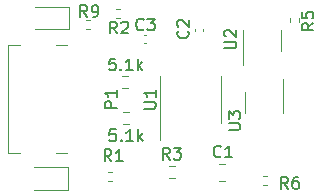
<source format=gbr>
%TF.GenerationSoftware,KiCad,Pcbnew,6.0.10+dfsg-1~bpo11+1*%
%TF.CreationDate,2023-01-21T14:50:41+00:00*%
%TF.ProjectId,tp4056,74703430-3536-42e6-9b69-6361645f7063,rev?*%
%TF.SameCoordinates,Original*%
%TF.FileFunction,Legend,Top*%
%TF.FilePolarity,Positive*%
%FSLAX46Y46*%
G04 Gerber Fmt 4.6, Leading zero omitted, Abs format (unit mm)*
G04 Created by KiCad (PCBNEW 6.0.10+dfsg-1~bpo11+1) date 2023-01-21 14:50:41*
%MOMM*%
%LPD*%
G01*
G04 APERTURE LIST*
%ADD10C,0.150000*%
%ADD11C,0.120000*%
G04 APERTURE END LIST*
D10*
%TO.C,R9*%
X134343333Y-87532380D02*
X134010000Y-87056190D01*
X133771904Y-87532380D02*
X133771904Y-86532380D01*
X134152857Y-86532380D01*
X134248095Y-86580000D01*
X134295714Y-86627619D01*
X134343333Y-86722857D01*
X134343333Y-86865714D01*
X134295714Y-86960952D01*
X134248095Y-87008571D01*
X134152857Y-87056190D01*
X133771904Y-87056190D01*
X134819523Y-87532380D02*
X135010000Y-87532380D01*
X135105238Y-87484761D01*
X135152857Y-87437142D01*
X135248095Y-87294285D01*
X135295714Y-87103809D01*
X135295714Y-86722857D01*
X135248095Y-86627619D01*
X135200476Y-86580000D01*
X135105238Y-86532380D01*
X134914761Y-86532380D01*
X134819523Y-86580000D01*
X134771904Y-86627619D01*
X134724285Y-86722857D01*
X134724285Y-86960952D01*
X134771904Y-87056190D01*
X134819523Y-87103809D01*
X134914761Y-87151428D01*
X135105238Y-87151428D01*
X135200476Y-87103809D01*
X135248095Y-87056190D01*
X135295714Y-86960952D01*
%TO.C,P1*%
X136842380Y-95218095D02*
X135842380Y-95218095D01*
X135842380Y-94837142D01*
X135890000Y-94741904D01*
X135937619Y-94694285D01*
X136032857Y-94646666D01*
X136175714Y-94646666D01*
X136270952Y-94694285D01*
X136318571Y-94741904D01*
X136366190Y-94837142D01*
X136366190Y-95218095D01*
X136842380Y-93694285D02*
X136842380Y-94265714D01*
X136842380Y-93980000D02*
X135842380Y-93980000D01*
X135985238Y-94075238D01*
X136080476Y-94170476D01*
X136128095Y-94265714D01*
%TO.C,R5*%
X153512380Y-88036666D02*
X153036190Y-88370000D01*
X153512380Y-88608095D02*
X152512380Y-88608095D01*
X152512380Y-88227142D01*
X152560000Y-88131904D01*
X152607619Y-88084285D01*
X152702857Y-88036666D01*
X152845714Y-88036666D01*
X152940952Y-88084285D01*
X152988571Y-88131904D01*
X153036190Y-88227142D01*
X153036190Y-88608095D01*
X152512380Y-87131904D02*
X152512380Y-87608095D01*
X152988571Y-87655714D01*
X152940952Y-87608095D01*
X152893333Y-87512857D01*
X152893333Y-87274761D01*
X152940952Y-87179523D01*
X152988571Y-87131904D01*
X153083809Y-87084285D01*
X153321904Y-87084285D01*
X153417142Y-87131904D01*
X153464761Y-87179523D01*
X153512380Y-87274761D01*
X153512380Y-87512857D01*
X153464761Y-87608095D01*
X153417142Y-87655714D01*
%TO.C,U1*%
X139162380Y-95281904D02*
X139971904Y-95281904D01*
X140067142Y-95234285D01*
X140114761Y-95186666D01*
X140162380Y-95091428D01*
X140162380Y-94900952D01*
X140114761Y-94805714D01*
X140067142Y-94758095D01*
X139971904Y-94710476D01*
X139162380Y-94710476D01*
X140162380Y-93710476D02*
X140162380Y-94281904D01*
X140162380Y-93996190D02*
X139162380Y-93996190D01*
X139305238Y-94091428D01*
X139400476Y-94186666D01*
X139448095Y-94281904D01*
%TO.C,R2*%
X136873333Y-88922380D02*
X136540000Y-88446190D01*
X136301904Y-88922380D02*
X136301904Y-87922380D01*
X136682857Y-87922380D01*
X136778095Y-87970000D01*
X136825714Y-88017619D01*
X136873333Y-88112857D01*
X136873333Y-88255714D01*
X136825714Y-88350952D01*
X136778095Y-88398571D01*
X136682857Y-88446190D01*
X136301904Y-88446190D01*
X137254285Y-88017619D02*
X137301904Y-87970000D01*
X137397142Y-87922380D01*
X137635238Y-87922380D01*
X137730476Y-87970000D01*
X137778095Y-88017619D01*
X137825714Y-88112857D01*
X137825714Y-88208095D01*
X137778095Y-88350952D01*
X137206666Y-88922380D01*
X137825714Y-88922380D01*
%TO.C,C2*%
X142867142Y-88726666D02*
X142914761Y-88774285D01*
X142962380Y-88917142D01*
X142962380Y-89012380D01*
X142914761Y-89155238D01*
X142819523Y-89250476D01*
X142724285Y-89298095D01*
X142533809Y-89345714D01*
X142390952Y-89345714D01*
X142200476Y-89298095D01*
X142105238Y-89250476D01*
X142010000Y-89155238D01*
X141962380Y-89012380D01*
X141962380Y-88917142D01*
X142010000Y-88774285D01*
X142057619Y-88726666D01*
X142057619Y-88345714D02*
X142010000Y-88298095D01*
X141962380Y-88202857D01*
X141962380Y-87964761D01*
X142010000Y-87869523D01*
X142057619Y-87821904D01*
X142152857Y-87774285D01*
X142248095Y-87774285D01*
X142390952Y-87821904D01*
X142962380Y-88393333D01*
X142962380Y-87774285D01*
%TO.C,R8*%
X136759047Y-97052380D02*
X136282857Y-97052380D01*
X136235238Y-97528571D01*
X136282857Y-97480952D01*
X136378095Y-97433333D01*
X136616190Y-97433333D01*
X136711428Y-97480952D01*
X136759047Y-97528571D01*
X136806666Y-97623809D01*
X136806666Y-97861904D01*
X136759047Y-97957142D01*
X136711428Y-98004761D01*
X136616190Y-98052380D01*
X136378095Y-98052380D01*
X136282857Y-98004761D01*
X136235238Y-97957142D01*
X137235238Y-97957142D02*
X137282857Y-98004761D01*
X137235238Y-98052380D01*
X137187619Y-98004761D01*
X137235238Y-97957142D01*
X137235238Y-98052380D01*
X138235238Y-98052380D02*
X137663809Y-98052380D01*
X137949523Y-98052380D02*
X137949523Y-97052380D01*
X137854285Y-97195238D01*
X137759047Y-97290476D01*
X137663809Y-97338095D01*
X138663809Y-98052380D02*
X138663809Y-97052380D01*
X138759047Y-97671428D02*
X139044761Y-98052380D01*
X139044761Y-97385714D02*
X138663809Y-97766666D01*
%TO.C,C1*%
X145673333Y-99327142D02*
X145625714Y-99374761D01*
X145482857Y-99422380D01*
X145387619Y-99422380D01*
X145244761Y-99374761D01*
X145149523Y-99279523D01*
X145101904Y-99184285D01*
X145054285Y-98993809D01*
X145054285Y-98850952D01*
X145101904Y-98660476D01*
X145149523Y-98565238D01*
X145244761Y-98470000D01*
X145387619Y-98422380D01*
X145482857Y-98422380D01*
X145625714Y-98470000D01*
X145673333Y-98517619D01*
X146625714Y-99422380D02*
X146054285Y-99422380D01*
X146340000Y-99422380D02*
X146340000Y-98422380D01*
X146244761Y-98565238D01*
X146149523Y-98660476D01*
X146054285Y-98708095D01*
%TO.C,R1*%
X136393333Y-99742380D02*
X136060000Y-99266190D01*
X135821904Y-99742380D02*
X135821904Y-98742380D01*
X136202857Y-98742380D01*
X136298095Y-98790000D01*
X136345714Y-98837619D01*
X136393333Y-98932857D01*
X136393333Y-99075714D01*
X136345714Y-99170952D01*
X136298095Y-99218571D01*
X136202857Y-99266190D01*
X135821904Y-99266190D01*
X137345714Y-99742380D02*
X136774285Y-99742380D01*
X137060000Y-99742380D02*
X137060000Y-98742380D01*
X136964761Y-98885238D01*
X136869523Y-98980476D01*
X136774285Y-99028095D01*
%TO.C,U3*%
X146322380Y-97101904D02*
X147131904Y-97101904D01*
X147227142Y-97054285D01*
X147274761Y-97006666D01*
X147322380Y-96911428D01*
X147322380Y-96720952D01*
X147274761Y-96625714D01*
X147227142Y-96578095D01*
X147131904Y-96530476D01*
X146322380Y-96530476D01*
X146322380Y-96149523D02*
X146322380Y-95530476D01*
X146703333Y-95863809D01*
X146703333Y-95720952D01*
X146750952Y-95625714D01*
X146798571Y-95578095D01*
X146893809Y-95530476D01*
X147131904Y-95530476D01*
X147227142Y-95578095D01*
X147274761Y-95625714D01*
X147322380Y-95720952D01*
X147322380Y-96006666D01*
X147274761Y-96101904D01*
X147227142Y-96149523D01*
%TO.C,R6*%
X151343333Y-102072380D02*
X151010000Y-101596190D01*
X150771904Y-102072380D02*
X150771904Y-101072380D01*
X151152857Y-101072380D01*
X151248095Y-101120000D01*
X151295714Y-101167619D01*
X151343333Y-101262857D01*
X151343333Y-101405714D01*
X151295714Y-101500952D01*
X151248095Y-101548571D01*
X151152857Y-101596190D01*
X150771904Y-101596190D01*
X152200476Y-101072380D02*
X152010000Y-101072380D01*
X151914761Y-101120000D01*
X151867142Y-101167619D01*
X151771904Y-101310476D01*
X151724285Y-101500952D01*
X151724285Y-101881904D01*
X151771904Y-101977142D01*
X151819523Y-102024761D01*
X151914761Y-102072380D01*
X152105238Y-102072380D01*
X152200476Y-102024761D01*
X152248095Y-101977142D01*
X152295714Y-101881904D01*
X152295714Y-101643809D01*
X152248095Y-101548571D01*
X152200476Y-101500952D01*
X152105238Y-101453333D01*
X151914761Y-101453333D01*
X151819523Y-101500952D01*
X151771904Y-101548571D01*
X151724285Y-101643809D01*
%TO.C,C3*%
X139123333Y-88577142D02*
X139075714Y-88624761D01*
X138932857Y-88672380D01*
X138837619Y-88672380D01*
X138694761Y-88624761D01*
X138599523Y-88529523D01*
X138551904Y-88434285D01*
X138504285Y-88243809D01*
X138504285Y-88100952D01*
X138551904Y-87910476D01*
X138599523Y-87815238D01*
X138694761Y-87720000D01*
X138837619Y-87672380D01*
X138932857Y-87672380D01*
X139075714Y-87720000D01*
X139123333Y-87767619D01*
X139456666Y-87672380D02*
X140075714Y-87672380D01*
X139742380Y-88053333D01*
X139885238Y-88053333D01*
X139980476Y-88100952D01*
X140028095Y-88148571D01*
X140075714Y-88243809D01*
X140075714Y-88481904D01*
X140028095Y-88577142D01*
X139980476Y-88624761D01*
X139885238Y-88672380D01*
X139599523Y-88672380D01*
X139504285Y-88624761D01*
X139456666Y-88577142D01*
%TO.C,R7*%
X136729047Y-91052380D02*
X136252857Y-91052380D01*
X136205238Y-91528571D01*
X136252857Y-91480952D01*
X136348095Y-91433333D01*
X136586190Y-91433333D01*
X136681428Y-91480952D01*
X136729047Y-91528571D01*
X136776666Y-91623809D01*
X136776666Y-91861904D01*
X136729047Y-91957142D01*
X136681428Y-92004761D01*
X136586190Y-92052380D01*
X136348095Y-92052380D01*
X136252857Y-92004761D01*
X136205238Y-91957142D01*
X137205238Y-91957142D02*
X137252857Y-92004761D01*
X137205238Y-92052380D01*
X137157619Y-92004761D01*
X137205238Y-91957142D01*
X137205238Y-92052380D01*
X138205238Y-92052380D02*
X137633809Y-92052380D01*
X137919523Y-92052380D02*
X137919523Y-91052380D01*
X137824285Y-91195238D01*
X137729047Y-91290476D01*
X137633809Y-91338095D01*
X138633809Y-92052380D02*
X138633809Y-91052380D01*
X138729047Y-91671428D02*
X139014761Y-92052380D01*
X139014761Y-91385714D02*
X138633809Y-91766666D01*
%TO.C,R3*%
X141333333Y-99602380D02*
X141000000Y-99126190D01*
X140761904Y-99602380D02*
X140761904Y-98602380D01*
X141142857Y-98602380D01*
X141238095Y-98650000D01*
X141285714Y-98697619D01*
X141333333Y-98792857D01*
X141333333Y-98935714D01*
X141285714Y-99030952D01*
X141238095Y-99078571D01*
X141142857Y-99126190D01*
X140761904Y-99126190D01*
X141666666Y-98602380D02*
X142285714Y-98602380D01*
X141952380Y-98983333D01*
X142095238Y-98983333D01*
X142190476Y-99030952D01*
X142238095Y-99078571D01*
X142285714Y-99173809D01*
X142285714Y-99411904D01*
X142238095Y-99507142D01*
X142190476Y-99554761D01*
X142095238Y-99602380D01*
X141809523Y-99602380D01*
X141714285Y-99554761D01*
X141666666Y-99507142D01*
%TO.C,U2*%
X145972380Y-90181904D02*
X146781904Y-90181904D01*
X146877142Y-90134285D01*
X146924761Y-90086666D01*
X146972380Y-89991428D01*
X146972380Y-89800952D01*
X146924761Y-89705714D01*
X146877142Y-89658095D01*
X146781904Y-89610476D01*
X145972380Y-89610476D01*
X146067619Y-89181904D02*
X146020000Y-89134285D01*
X145972380Y-89039047D01*
X145972380Y-88800952D01*
X146020000Y-88705714D01*
X146067619Y-88658095D01*
X146162857Y-88610476D01*
X146258095Y-88610476D01*
X146400952Y-88658095D01*
X146972380Y-89229523D01*
X146972380Y-88610476D01*
D11*
%TO.C,R9*%
X134625121Y-88510000D02*
X134289879Y-88510000D01*
X134625121Y-87750000D02*
X134289879Y-87750000D01*
%TO.C,P1*%
X132605000Y-89900000D02*
X131750000Y-89900000D01*
X128630000Y-99060000D02*
X127680000Y-99060000D01*
X128630000Y-89900000D02*
X127680000Y-89900000D01*
X132605000Y-99060000D02*
X131750000Y-99060000D01*
X127680000Y-89900000D02*
X127680000Y-99060000D01*
%TO.C,R5*%
X151510000Y-87940121D02*
X151510000Y-87604879D01*
X152270000Y-87940121D02*
X152270000Y-87604879D01*
%TO.C,U1*%
X145670000Y-94520000D02*
X145670000Y-96470000D01*
X145670000Y-94520000D02*
X145670000Y-92570000D01*
X140550000Y-94520000D02*
X140550000Y-92570000D01*
X140550000Y-94520000D02*
X140550000Y-97970000D01*
%TO.C,R2*%
X136794879Y-86870000D02*
X137130121Y-86870000D01*
X136794879Y-87630000D02*
X137130121Y-87630000D01*
%TO.C,C2*%
X144190000Y-88526665D02*
X144190000Y-88758335D01*
X143470000Y-88526665D02*
X143470000Y-88758335D01*
%TO.C,R8*%
X137372776Y-95547500D02*
X137882224Y-95547500D01*
X137372776Y-96592500D02*
X137882224Y-96592500D01*
%TO.C,D2*%
X129970000Y-88570000D02*
X132830000Y-88570000D01*
X132830000Y-86650000D02*
X129970000Y-86650000D01*
X132830000Y-88570000D02*
X132830000Y-86650000D01*
%TO.C,C1*%
X146053752Y-99975000D02*
X145531248Y-99975000D01*
X146053752Y-101445000D02*
X145531248Y-101445000D01*
%TO.C,R1*%
X136154879Y-100640000D02*
X136490121Y-100640000D01*
X136154879Y-101400000D02*
X136490121Y-101400000D01*
%TO.C,U3*%
X150920000Y-95693000D02*
X150920000Y-92743000D01*
X147700000Y-93893000D02*
X147700000Y-95693000D01*
%TO.C,R6*%
X149595121Y-101790000D02*
X149259879Y-101790000D01*
X149595121Y-101030000D02*
X149259879Y-101030000D01*
%TO.C,C3*%
X139355835Y-89020000D02*
X139124165Y-89020000D01*
X139355835Y-89740000D02*
X139124165Y-89740000D01*
%TO.C,R7*%
X137315276Y-93542500D02*
X137824724Y-93542500D01*
X137315276Y-92497500D02*
X137824724Y-92497500D01*
%TO.C,D1*%
X129835000Y-102150000D02*
X132695000Y-102150000D01*
X132695000Y-102150000D02*
X132695000Y-100230000D01*
X132695000Y-100230000D02*
X129835000Y-100230000D01*
%TO.C,R3*%
X141782224Y-100107500D02*
X141272776Y-100107500D01*
X141782224Y-101152500D02*
X141272776Y-101152500D01*
%TO.C,U2*%
X150800000Y-90450000D02*
X150800000Y-88650000D01*
X147580000Y-88650000D02*
X147580000Y-91600000D01*
%TD*%
M02*

</source>
